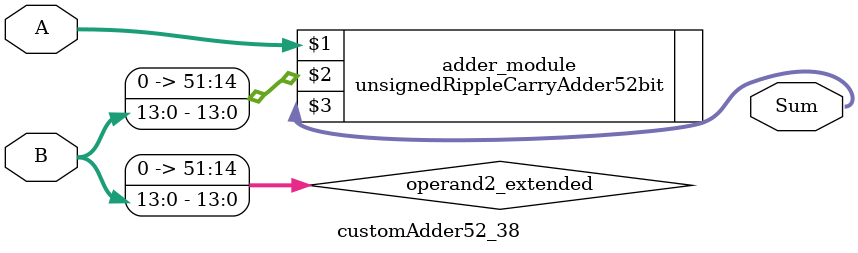
<source format=v>
module customAdder52_38(
                        input [51 : 0] A,
                        input [13 : 0] B,
                        
                        output [52 : 0] Sum
                );

        wire [51 : 0] operand2_extended;
        
        assign operand2_extended =  {38'b0, B};
        
        unsignedRippleCarryAdder52bit adder_module(
            A,
            operand2_extended,
            Sum
        );
        
        endmodule
        
</source>
